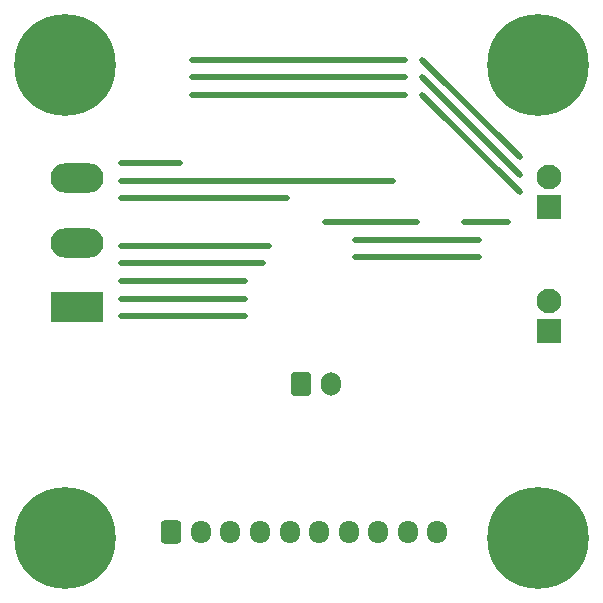
<source format=gbs>
G04 #@! TF.GenerationSoftware,KiCad,Pcbnew,7.0.7*
G04 #@! TF.CreationDate,2023-10-26T17:58:54+02:00*
G04 #@! TF.ProjectId,load,6c6f6164-2e6b-4696-9361-645f70636258,rev?*
G04 #@! TF.SameCoordinates,Original*
G04 #@! TF.FileFunction,Soldermask,Bot*
G04 #@! TF.FilePolarity,Negative*
%FSLAX46Y46*%
G04 Gerber Fmt 4.6, Leading zero omitted, Abs format (unit mm)*
G04 Created by KiCad (PCBNEW 7.0.7) date 2023-10-26 17:58:54*
%MOMM*%
%LPD*%
G01*
G04 APERTURE LIST*
G04 Aperture macros list*
%AMRoundRect*
0 Rectangle with rounded corners*
0 $1 Rounding radius*
0 $2 $3 $4 $5 $6 $7 $8 $9 X,Y pos of 4 corners*
0 Add a 4 corners polygon primitive as box body*
4,1,4,$2,$3,$4,$5,$6,$7,$8,$9,$2,$3,0*
0 Add four circle primitives for the rounded corners*
1,1,$1+$1,$2,$3*
1,1,$1+$1,$4,$5*
1,1,$1+$1,$6,$7*
1,1,$1+$1,$8,$9*
0 Add four rect primitives between the rounded corners*
20,1,$1+$1,$2,$3,$4,$5,0*
20,1,$1+$1,$4,$5,$6,$7,0*
20,1,$1+$1,$6,$7,$8,$9,0*
20,1,$1+$1,$8,$9,$2,$3,0*%
G04 Aperture macros list end*
%ADD10C,0.500000*%
%ADD11C,0.900000*%
%ADD12C,8.600000*%
%ADD13RoundRect,0.250000X-0.600000X-0.750000X0.600000X-0.750000X0.600000X0.750000X-0.600000X0.750000X0*%
%ADD14O,1.700000X2.000000*%
%ADD15RoundRect,0.250000X-0.600000X-0.725000X0.600000X-0.725000X0.600000X0.725000X-0.600000X0.725000X0*%
%ADD16O,1.700000X1.950000*%
%ADD17R,2.100000X2.100000*%
%ADD18C,2.100000*%
%ADD19R,4.500000X2.500000*%
%ADD20O,4.500000X2.500000*%
G04 APERTURE END LIST*
D10*
X154750000Y-129750000D02*
X165250000Y-129750000D01*
X160750000Y-112500000D02*
X178750000Y-112500000D01*
X174500000Y-124750000D02*
X185000000Y-124750000D01*
X154750000Y-128250000D02*
X161250000Y-128250000D01*
X172000000Y-123250000D02*
X179750000Y-123250000D01*
X180250000Y-112500000D02*
X188500000Y-120750000D01*
X159500000Y-118250000D02*
X159750000Y-118250000D01*
X168750000Y-121250000D02*
X154750000Y-121250000D01*
X154750000Y-118250000D02*
X159500000Y-118250000D01*
X161250000Y-128250000D02*
X165250000Y-128250000D01*
X160750000Y-111000000D02*
X178750000Y-111000000D01*
X154750000Y-125250000D02*
X167250000Y-125250000D01*
X154750000Y-131250000D02*
X165250000Y-131250000D01*
X154750000Y-129750000D02*
X154750000Y-129750000D01*
X180250000Y-111000000D02*
X188500000Y-119250000D01*
X154750000Y-119750000D02*
X177750000Y-119750000D01*
X180250000Y-109500000D02*
X188500000Y-117750000D01*
X183750000Y-123250000D02*
X187500000Y-123250000D01*
X160750000Y-109500000D02*
X178750000Y-109500000D01*
X174500000Y-126250000D02*
X185000000Y-126250000D01*
X154750000Y-126750000D02*
X166750000Y-126750000D01*
D11*
X146775000Y-150000000D03*
X147719581Y-147719581D03*
X147719581Y-152280419D03*
X150000000Y-146775000D03*
D12*
X150000000Y-150000000D03*
D11*
X150000000Y-153225000D03*
X152280419Y-147719581D03*
X152280419Y-152280419D03*
X153225000Y-150000000D03*
D13*
X170000000Y-137000000D03*
D14*
X172500000Y-137000000D03*
D15*
X159000000Y-149500000D03*
D16*
X161500000Y-149500000D03*
X164000000Y-149500000D03*
X166500000Y-149500000D03*
X169000000Y-149500000D03*
X171500000Y-149500000D03*
X174000000Y-149500000D03*
X176500000Y-149500000D03*
X179000000Y-149500000D03*
X181500000Y-149500000D03*
D17*
X191000000Y-122000000D03*
D18*
X191000000Y-119460000D03*
D11*
X186775000Y-110000000D03*
X187719581Y-107719581D03*
X187719581Y-112280419D03*
X190000000Y-106775000D03*
D12*
X190000000Y-110000000D03*
D11*
X190000000Y-113225000D03*
X192280419Y-107719581D03*
X192280419Y-112280419D03*
X193225000Y-110000000D03*
D19*
X151020000Y-130450000D03*
D20*
X151020000Y-125000000D03*
X151020000Y-119550000D03*
D11*
X146775000Y-110000000D03*
X147719581Y-107719581D03*
X147719581Y-112280419D03*
X150000000Y-106775000D03*
D12*
X150000000Y-110000000D03*
D11*
X150000000Y-113225000D03*
X152280419Y-107719581D03*
X152280419Y-112280419D03*
X153225000Y-110000000D03*
X186775000Y-150000000D03*
X187719581Y-147719581D03*
X187719581Y-152280419D03*
X190000000Y-146775000D03*
D12*
X190000000Y-150000000D03*
D11*
X190000000Y-153225000D03*
X192280419Y-147719581D03*
X192280419Y-152280419D03*
X193225000Y-150000000D03*
D17*
X191000000Y-132500000D03*
D18*
X191000000Y-129960000D03*
M02*

</source>
